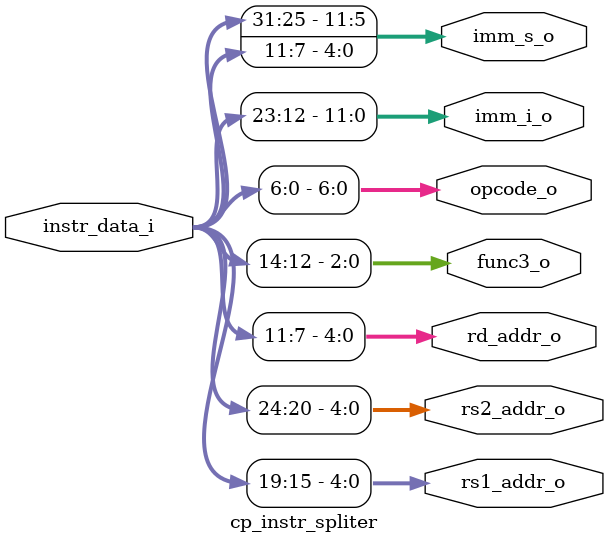
<source format=sv>
module cp_instr_spliter #(
)(
    input  logic [31:0]     instr_data_i,
    output logic [4:0]      rs1_addr_o,
    output logic [4:0]      rs2_addr_o,
    output logic [4:0]      rd_addr_o,
    output logic [2:0]      func3_o,
    output logic [6:0]      opcode_o,
    output logic [11:0]     imm_i_o,
    output logic [11:0]     imm_s_o
);

    always_comb begin
        rs1_addr_o  = instr_data_i[19:15];
        rs2_addr_o  = instr_data_i[24:20];
        rd_addr_o   = instr_data_i[11:7];
        func3_o     = instr_data_i[14:12];
        opcode_o    = instr_data_i[6:0];
        imm_i_o     = instr_data_i[31:12];
        imm_s_o     = {instr_data_i[31:25], instr_data_i[11:7]};
    end
endmodule

</source>
